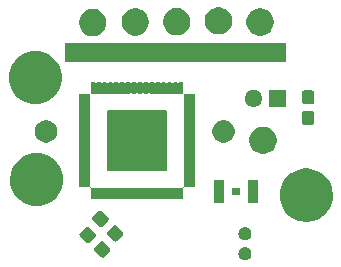
<source format=gbr>
G04 #@! TF.GenerationSoftware,KiCad,Pcbnew,(5.0.1-3-g963ef8bb5)*
G04 #@! TF.CreationDate,2019-01-03T19:12:47-05:00*
G04 #@! TF.ProjectId,neoshiba,6E656F73686962612E6B696361645F70,rev?*
G04 #@! TF.SameCoordinates,Original*
G04 #@! TF.FileFunction,Soldermask,Top*
G04 #@! TF.FilePolarity,Negative*
%FSLAX46Y46*%
G04 Gerber Fmt 4.6, Leading zero omitted, Abs format (unit mm)*
G04 Created by KiCad (PCBNEW (5.0.1-3-g963ef8bb5)) date Thursday, January 03, 2019 at 07:12:47 PM*
%MOMM*%
%LPD*%
G01*
G04 APERTURE LIST*
%ADD10C,0.100000*%
G04 APERTURE END LIST*
D10*
G36*
X161300721Y-103590174D02*
X161400995Y-103631709D01*
X161491245Y-103692012D01*
X161567988Y-103768755D01*
X161628291Y-103859005D01*
X161669826Y-103959279D01*
X161691000Y-104065730D01*
X161691000Y-104174270D01*
X161669826Y-104280721D01*
X161628291Y-104380995D01*
X161567988Y-104471245D01*
X161491245Y-104547988D01*
X161400995Y-104608291D01*
X161300721Y-104649826D01*
X161194270Y-104671000D01*
X161085730Y-104671000D01*
X160979279Y-104649826D01*
X160879005Y-104608291D01*
X160788755Y-104547988D01*
X160712012Y-104471245D01*
X160651709Y-104380995D01*
X160610174Y-104280721D01*
X160589000Y-104174270D01*
X160589000Y-104065730D01*
X160610174Y-103959279D01*
X160651709Y-103859005D01*
X160712012Y-103768755D01*
X160788755Y-103692012D01*
X160879005Y-103631709D01*
X160979279Y-103590174D01*
X161085730Y-103569000D01*
X161194270Y-103569000D01*
X161300721Y-103590174D01*
X161300721Y-103590174D01*
G37*
G36*
X149063644Y-103078263D02*
X149101138Y-103089637D01*
X149135702Y-103108112D01*
X149170763Y-103136886D01*
X149693114Y-103659237D01*
X149721888Y-103694298D01*
X149740363Y-103728862D01*
X149751737Y-103766356D01*
X149755577Y-103805355D01*
X149751737Y-103844354D01*
X149740363Y-103881848D01*
X149721888Y-103916412D01*
X149693114Y-103951473D01*
X149241473Y-104403114D01*
X149206412Y-104431888D01*
X149171848Y-104450363D01*
X149134354Y-104461737D01*
X149095355Y-104465577D01*
X149056356Y-104461737D01*
X149018862Y-104450363D01*
X148984298Y-104431888D01*
X148949237Y-104403114D01*
X148426886Y-103880763D01*
X148398112Y-103845702D01*
X148379637Y-103811138D01*
X148368263Y-103773644D01*
X148364423Y-103734645D01*
X148368263Y-103695646D01*
X148379637Y-103658152D01*
X148398112Y-103623588D01*
X148426886Y-103588527D01*
X148878527Y-103136886D01*
X148913588Y-103108112D01*
X148948152Y-103089637D01*
X148985646Y-103078263D01*
X149024645Y-103074423D01*
X149063644Y-103078263D01*
X149063644Y-103078263D01*
G37*
G36*
X147826208Y-101840827D02*
X147863702Y-101852201D01*
X147898266Y-101870676D01*
X147933327Y-101899450D01*
X148455678Y-102421801D01*
X148484452Y-102456862D01*
X148502927Y-102491426D01*
X148514301Y-102528920D01*
X148518141Y-102567919D01*
X148514301Y-102606918D01*
X148502927Y-102644412D01*
X148484452Y-102678976D01*
X148455678Y-102714037D01*
X148004037Y-103165678D01*
X147968976Y-103194452D01*
X147934412Y-103212927D01*
X147896918Y-103224301D01*
X147857919Y-103228141D01*
X147818920Y-103224301D01*
X147781426Y-103212927D01*
X147746862Y-103194452D01*
X147711801Y-103165678D01*
X147189450Y-102643327D01*
X147160676Y-102608266D01*
X147142201Y-102573702D01*
X147130827Y-102536208D01*
X147126987Y-102497209D01*
X147130827Y-102458210D01*
X147142201Y-102420716D01*
X147160676Y-102386152D01*
X147189450Y-102351091D01*
X147641091Y-101899450D01*
X147676152Y-101870676D01*
X147710716Y-101852201D01*
X147748210Y-101840827D01*
X147787209Y-101836987D01*
X147826208Y-101840827D01*
X147826208Y-101840827D01*
G37*
G36*
X150152362Y-101716981D02*
X150189856Y-101728355D01*
X150224420Y-101746830D01*
X150259481Y-101775604D01*
X150781832Y-102297955D01*
X150810606Y-102333016D01*
X150829081Y-102367580D01*
X150840455Y-102405074D01*
X150844295Y-102444073D01*
X150840455Y-102483072D01*
X150829081Y-102520566D01*
X150810606Y-102555130D01*
X150781832Y-102590191D01*
X150330191Y-103041832D01*
X150295130Y-103070606D01*
X150260566Y-103089081D01*
X150223072Y-103100455D01*
X150184073Y-103104295D01*
X150145074Y-103100455D01*
X150107580Y-103089081D01*
X150073016Y-103070606D01*
X150037955Y-103041832D01*
X149515604Y-102519481D01*
X149486830Y-102484420D01*
X149468355Y-102449856D01*
X149456981Y-102412362D01*
X149453141Y-102373363D01*
X149456981Y-102334364D01*
X149468355Y-102296870D01*
X149486830Y-102262306D01*
X149515604Y-102227245D01*
X149967245Y-101775604D01*
X150002306Y-101746830D01*
X150036870Y-101728355D01*
X150074364Y-101716981D01*
X150113363Y-101713141D01*
X150152362Y-101716981D01*
X150152362Y-101716981D01*
G37*
G36*
X161300721Y-101890174D02*
X161400995Y-101931709D01*
X161491245Y-101992012D01*
X161567988Y-102068755D01*
X161628291Y-102159005D01*
X161669826Y-102259279D01*
X161691000Y-102365730D01*
X161691000Y-102474270D01*
X161669826Y-102580721D01*
X161628291Y-102680995D01*
X161567988Y-102771245D01*
X161491245Y-102847988D01*
X161400995Y-102908291D01*
X161300721Y-102949826D01*
X161194270Y-102971000D01*
X161085730Y-102971000D01*
X160979279Y-102949826D01*
X160879005Y-102908291D01*
X160788755Y-102847988D01*
X160712012Y-102771245D01*
X160651709Y-102680995D01*
X160610174Y-102580721D01*
X160589000Y-102474270D01*
X160589000Y-102365730D01*
X160610174Y-102259279D01*
X160651709Y-102159005D01*
X160712012Y-102068755D01*
X160788755Y-101992012D01*
X160879005Y-101931709D01*
X160979279Y-101890174D01*
X161085730Y-101869000D01*
X161194270Y-101869000D01*
X161300721Y-101890174D01*
X161300721Y-101890174D01*
G37*
G36*
X148914926Y-100479545D02*
X148952420Y-100490919D01*
X148986984Y-100509394D01*
X149022045Y-100538168D01*
X149544396Y-101060519D01*
X149573170Y-101095580D01*
X149591645Y-101130144D01*
X149603019Y-101167638D01*
X149606859Y-101206637D01*
X149603019Y-101245636D01*
X149591645Y-101283130D01*
X149573170Y-101317694D01*
X149544396Y-101352755D01*
X149092755Y-101804396D01*
X149057694Y-101833170D01*
X149023130Y-101851645D01*
X148985636Y-101863019D01*
X148946637Y-101866859D01*
X148907638Y-101863019D01*
X148870144Y-101851645D01*
X148835580Y-101833170D01*
X148800519Y-101804396D01*
X148278168Y-101282045D01*
X148249394Y-101246984D01*
X148230919Y-101212420D01*
X148219545Y-101174926D01*
X148215705Y-101135927D01*
X148219545Y-101096928D01*
X148230919Y-101059434D01*
X148249394Y-101024870D01*
X148278168Y-100989809D01*
X148729809Y-100538168D01*
X148764870Y-100509394D01*
X148799434Y-100490919D01*
X148836928Y-100479545D01*
X148875927Y-100475705D01*
X148914926Y-100479545D01*
X148914926Y-100479545D01*
G37*
G36*
X166628445Y-96936254D02*
X166976593Y-97005504D01*
X167386249Y-97175189D01*
X167754929Y-97421534D01*
X168068466Y-97735071D01*
X168314811Y-98103751D01*
X168484496Y-98513407D01*
X168543690Y-98811000D01*
X168571000Y-98948294D01*
X168571000Y-99391706D01*
X168556947Y-99462356D01*
X168484496Y-99826593D01*
X168314811Y-100236249D01*
X168068466Y-100604929D01*
X167754929Y-100918466D01*
X167386249Y-101164811D01*
X166976593Y-101334496D01*
X166628445Y-101403746D01*
X166541706Y-101421000D01*
X166098294Y-101421000D01*
X166011555Y-101403746D01*
X165663407Y-101334496D01*
X165253751Y-101164811D01*
X164885071Y-100918466D01*
X164571534Y-100604929D01*
X164325189Y-100236249D01*
X164155504Y-99826593D01*
X164083053Y-99462356D01*
X164069000Y-99391706D01*
X164069000Y-98948294D01*
X164096310Y-98811000D01*
X164155504Y-98513407D01*
X164325189Y-98103751D01*
X164571534Y-97735071D01*
X164885071Y-97421534D01*
X165253751Y-97175189D01*
X165663407Y-97005504D01*
X166011555Y-96936254D01*
X166098294Y-96919000D01*
X166541706Y-96919000D01*
X166628445Y-96936254D01*
X166628445Y-96936254D01*
G37*
G36*
X143815511Y-95645670D02*
X144166593Y-95715504D01*
X144576249Y-95885189D01*
X144944929Y-96131534D01*
X145258466Y-96445071D01*
X145504811Y-96813751D01*
X145674496Y-97223407D01*
X145729726Y-97501071D01*
X145761000Y-97658294D01*
X145761000Y-98101706D01*
X145752255Y-98145670D01*
X145674496Y-98536593D01*
X145504811Y-98946249D01*
X145258466Y-99314929D01*
X144944929Y-99628466D01*
X144576249Y-99874811D01*
X144166593Y-100044496D01*
X143818445Y-100113746D01*
X143731706Y-100131000D01*
X143288294Y-100131000D01*
X143201555Y-100113746D01*
X142853407Y-100044496D01*
X142443751Y-99874811D01*
X142075071Y-99628466D01*
X141761534Y-99314929D01*
X141515189Y-98946249D01*
X141345504Y-98536593D01*
X141267745Y-98145670D01*
X141259000Y-98101706D01*
X141259000Y-97658294D01*
X141290274Y-97501071D01*
X141345504Y-97223407D01*
X141515189Y-96813751D01*
X141761534Y-96445071D01*
X142075071Y-96131534D01*
X142443751Y-95885189D01*
X142853407Y-95715504D01*
X143204489Y-95645670D01*
X143288294Y-95629000D01*
X143731706Y-95629000D01*
X143815511Y-95645670D01*
X143815511Y-95645670D01*
G37*
G36*
X162256000Y-99811000D02*
X161404000Y-99811000D01*
X161404000Y-97909000D01*
X162256000Y-97909000D01*
X162256000Y-99811000D01*
X162256000Y-99811000D01*
G37*
G36*
X159356000Y-99811000D02*
X158504000Y-99811000D01*
X158504000Y-97909000D01*
X159356000Y-97909000D01*
X159356000Y-99811000D01*
X159356000Y-99811000D01*
G37*
G36*
X148405357Y-89635083D02*
X148410028Y-89636500D01*
X148414330Y-89638800D01*
X148420705Y-89644031D01*
X148441080Y-89657644D01*
X148463719Y-89667020D01*
X148487753Y-89671800D01*
X148512257Y-89671799D01*
X148536291Y-89667017D01*
X148558929Y-89657639D01*
X148579295Y-89644031D01*
X148585670Y-89638800D01*
X148589972Y-89636500D01*
X148594643Y-89635083D01*
X148605641Y-89634000D01*
X148894359Y-89634000D01*
X148905357Y-89635083D01*
X148910028Y-89636500D01*
X148914330Y-89638800D01*
X148920705Y-89644031D01*
X148941080Y-89657644D01*
X148963719Y-89667020D01*
X148987753Y-89671800D01*
X149012257Y-89671799D01*
X149036291Y-89667017D01*
X149058929Y-89657639D01*
X149079295Y-89644031D01*
X149085670Y-89638800D01*
X149089972Y-89636500D01*
X149094643Y-89635083D01*
X149105641Y-89634000D01*
X149394359Y-89634000D01*
X149405357Y-89635083D01*
X149410028Y-89636500D01*
X149414330Y-89638800D01*
X149420705Y-89644031D01*
X149441080Y-89657644D01*
X149463719Y-89667020D01*
X149487753Y-89671800D01*
X149512257Y-89671799D01*
X149536291Y-89667017D01*
X149558929Y-89657639D01*
X149579295Y-89644031D01*
X149585670Y-89638800D01*
X149589972Y-89636500D01*
X149594643Y-89635083D01*
X149605641Y-89634000D01*
X149894359Y-89634000D01*
X149905357Y-89635083D01*
X149910028Y-89636500D01*
X149914330Y-89638800D01*
X149920705Y-89644031D01*
X149941080Y-89657644D01*
X149963719Y-89667020D01*
X149987753Y-89671800D01*
X150012257Y-89671799D01*
X150036291Y-89667017D01*
X150058929Y-89657639D01*
X150079295Y-89644031D01*
X150085670Y-89638800D01*
X150089972Y-89636500D01*
X150094643Y-89635083D01*
X150105641Y-89634000D01*
X150394359Y-89634000D01*
X150405357Y-89635083D01*
X150410028Y-89636500D01*
X150414330Y-89638800D01*
X150420705Y-89644031D01*
X150441080Y-89657644D01*
X150463719Y-89667020D01*
X150487753Y-89671800D01*
X150512257Y-89671799D01*
X150536291Y-89667017D01*
X150558929Y-89657639D01*
X150579295Y-89644031D01*
X150585670Y-89638800D01*
X150589972Y-89636500D01*
X150594643Y-89635083D01*
X150605641Y-89634000D01*
X150894359Y-89634000D01*
X150905357Y-89635083D01*
X150910028Y-89636500D01*
X150914330Y-89638800D01*
X150920705Y-89644031D01*
X150941080Y-89657644D01*
X150963719Y-89667020D01*
X150987753Y-89671800D01*
X151012257Y-89671799D01*
X151036291Y-89667017D01*
X151058929Y-89657639D01*
X151079295Y-89644031D01*
X151085670Y-89638800D01*
X151089972Y-89636500D01*
X151094643Y-89635083D01*
X151105641Y-89634000D01*
X151394359Y-89634000D01*
X151405357Y-89635083D01*
X151410028Y-89636500D01*
X151414330Y-89638800D01*
X151420705Y-89644031D01*
X151441080Y-89657644D01*
X151463719Y-89667020D01*
X151487753Y-89671800D01*
X151512257Y-89671799D01*
X151536291Y-89667017D01*
X151558929Y-89657639D01*
X151579295Y-89644031D01*
X151585670Y-89638800D01*
X151589972Y-89636500D01*
X151594643Y-89635083D01*
X151605641Y-89634000D01*
X151894359Y-89634000D01*
X151905357Y-89635083D01*
X151910028Y-89636500D01*
X151914330Y-89638800D01*
X151920705Y-89644031D01*
X151941080Y-89657644D01*
X151963719Y-89667020D01*
X151987753Y-89671800D01*
X152012257Y-89671799D01*
X152036291Y-89667017D01*
X152058929Y-89657639D01*
X152079295Y-89644031D01*
X152085670Y-89638800D01*
X152089972Y-89636500D01*
X152094643Y-89635083D01*
X152105641Y-89634000D01*
X152394359Y-89634000D01*
X152405357Y-89635083D01*
X152410028Y-89636500D01*
X152414330Y-89638800D01*
X152420705Y-89644031D01*
X152441080Y-89657644D01*
X152463719Y-89667020D01*
X152487753Y-89671800D01*
X152512257Y-89671799D01*
X152536291Y-89667017D01*
X152558929Y-89657639D01*
X152579295Y-89644031D01*
X152585670Y-89638800D01*
X152589972Y-89636500D01*
X152594643Y-89635083D01*
X152605641Y-89634000D01*
X152894359Y-89634000D01*
X152905357Y-89635083D01*
X152910028Y-89636500D01*
X152914330Y-89638800D01*
X152920705Y-89644031D01*
X152941080Y-89657644D01*
X152963719Y-89667020D01*
X152987753Y-89671800D01*
X153012257Y-89671799D01*
X153036291Y-89667017D01*
X153058929Y-89657639D01*
X153079295Y-89644031D01*
X153085670Y-89638800D01*
X153089972Y-89636500D01*
X153094643Y-89635083D01*
X153105641Y-89634000D01*
X153394359Y-89634000D01*
X153405357Y-89635083D01*
X153410028Y-89636500D01*
X153414330Y-89638800D01*
X153420705Y-89644031D01*
X153441080Y-89657644D01*
X153463719Y-89667020D01*
X153487753Y-89671800D01*
X153512257Y-89671799D01*
X153536291Y-89667017D01*
X153558929Y-89657639D01*
X153579295Y-89644031D01*
X153585670Y-89638800D01*
X153589972Y-89636500D01*
X153594643Y-89635083D01*
X153605641Y-89634000D01*
X153894359Y-89634000D01*
X153905357Y-89635083D01*
X153910028Y-89636500D01*
X153914330Y-89638800D01*
X153920705Y-89644031D01*
X153941080Y-89657644D01*
X153963719Y-89667020D01*
X153987753Y-89671800D01*
X154012257Y-89671799D01*
X154036291Y-89667017D01*
X154058929Y-89657639D01*
X154079295Y-89644031D01*
X154085670Y-89638800D01*
X154089972Y-89636500D01*
X154094643Y-89635083D01*
X154105641Y-89634000D01*
X154394359Y-89634000D01*
X154405357Y-89635083D01*
X154410028Y-89636500D01*
X154414330Y-89638800D01*
X154420705Y-89644031D01*
X154441080Y-89657644D01*
X154463719Y-89667020D01*
X154487753Y-89671800D01*
X154512257Y-89671799D01*
X154536291Y-89667017D01*
X154558929Y-89657639D01*
X154579295Y-89644031D01*
X154585670Y-89638800D01*
X154589972Y-89636500D01*
X154594643Y-89635083D01*
X154605641Y-89634000D01*
X154894359Y-89634000D01*
X154905357Y-89635083D01*
X154910028Y-89636500D01*
X154914330Y-89638800D01*
X154920705Y-89644031D01*
X154941080Y-89657644D01*
X154963719Y-89667020D01*
X154987753Y-89671800D01*
X155012257Y-89671799D01*
X155036291Y-89667017D01*
X155058929Y-89657639D01*
X155079295Y-89644031D01*
X155085670Y-89638800D01*
X155089972Y-89636500D01*
X155094643Y-89635083D01*
X155105641Y-89634000D01*
X155394359Y-89634000D01*
X155405357Y-89635083D01*
X155410028Y-89636500D01*
X155414330Y-89638800D01*
X155420705Y-89644031D01*
X155441080Y-89657644D01*
X155463719Y-89667020D01*
X155487753Y-89671800D01*
X155512257Y-89671799D01*
X155536291Y-89667017D01*
X155558929Y-89657639D01*
X155579295Y-89644031D01*
X155585670Y-89638800D01*
X155589972Y-89636500D01*
X155594643Y-89635083D01*
X155605641Y-89634000D01*
X155894359Y-89634000D01*
X155905357Y-89635083D01*
X155910028Y-89636500D01*
X155914330Y-89638800D01*
X155918104Y-89641896D01*
X155921200Y-89645670D01*
X155923500Y-89649972D01*
X155924917Y-89654643D01*
X155926000Y-89665641D01*
X155926000Y-90509000D01*
X155928402Y-90533386D01*
X155935515Y-90556835D01*
X155947066Y-90578446D01*
X155962612Y-90597388D01*
X155981554Y-90612934D01*
X156003165Y-90624485D01*
X156026614Y-90631598D01*
X156051000Y-90634000D01*
X156894359Y-90634000D01*
X156905357Y-90635083D01*
X156910028Y-90636500D01*
X156914330Y-90638800D01*
X156918104Y-90641896D01*
X156921200Y-90645670D01*
X156923500Y-90649972D01*
X156924917Y-90654643D01*
X156926000Y-90665641D01*
X156926000Y-90954359D01*
X156924917Y-90965357D01*
X156923500Y-90970028D01*
X156921200Y-90974330D01*
X156915969Y-90980705D01*
X156902356Y-91001080D01*
X156892980Y-91023719D01*
X156888200Y-91047753D01*
X156888201Y-91072257D01*
X156892983Y-91096291D01*
X156902361Y-91118929D01*
X156915969Y-91139295D01*
X156921200Y-91145670D01*
X156923500Y-91149972D01*
X156924917Y-91154643D01*
X156926000Y-91165641D01*
X156926000Y-91454359D01*
X156924917Y-91465357D01*
X156923500Y-91470028D01*
X156921200Y-91474330D01*
X156915969Y-91480705D01*
X156902356Y-91501080D01*
X156892980Y-91523719D01*
X156888200Y-91547753D01*
X156888201Y-91572257D01*
X156892983Y-91596291D01*
X156902361Y-91618929D01*
X156915969Y-91639295D01*
X156921200Y-91645670D01*
X156923500Y-91649972D01*
X156924917Y-91654643D01*
X156926000Y-91665641D01*
X156926000Y-91954359D01*
X156924917Y-91965357D01*
X156923500Y-91970028D01*
X156921200Y-91974330D01*
X156915969Y-91980705D01*
X156902356Y-92001080D01*
X156892980Y-92023719D01*
X156888200Y-92047753D01*
X156888201Y-92072257D01*
X156892983Y-92096291D01*
X156902361Y-92118929D01*
X156915969Y-92139295D01*
X156921200Y-92145670D01*
X156923500Y-92149972D01*
X156924917Y-92154643D01*
X156926000Y-92165641D01*
X156926000Y-92454359D01*
X156924917Y-92465357D01*
X156923500Y-92470028D01*
X156921200Y-92474330D01*
X156915969Y-92480705D01*
X156902356Y-92501080D01*
X156892980Y-92523719D01*
X156888200Y-92547753D01*
X156888201Y-92572257D01*
X156892983Y-92596291D01*
X156902361Y-92618929D01*
X156915969Y-92639295D01*
X156921200Y-92645670D01*
X156923500Y-92649972D01*
X156924917Y-92654643D01*
X156926000Y-92665641D01*
X156926000Y-92954359D01*
X156924917Y-92965357D01*
X156923500Y-92970028D01*
X156921200Y-92974330D01*
X156915969Y-92980705D01*
X156902356Y-93001080D01*
X156892980Y-93023719D01*
X156888200Y-93047753D01*
X156888201Y-93072257D01*
X156892983Y-93096291D01*
X156902361Y-93118929D01*
X156915969Y-93139295D01*
X156921200Y-93145670D01*
X156923500Y-93149972D01*
X156924917Y-93154643D01*
X156926000Y-93165641D01*
X156926000Y-93454359D01*
X156924917Y-93465357D01*
X156923500Y-93470028D01*
X156921200Y-93474330D01*
X156915969Y-93480705D01*
X156902356Y-93501080D01*
X156892980Y-93523719D01*
X156888200Y-93547753D01*
X156888201Y-93572257D01*
X156892983Y-93596291D01*
X156902361Y-93618929D01*
X156915969Y-93639295D01*
X156921200Y-93645670D01*
X156923500Y-93649972D01*
X156924917Y-93654643D01*
X156926000Y-93665641D01*
X156926000Y-93954359D01*
X156924917Y-93965357D01*
X156923500Y-93970028D01*
X156921200Y-93974330D01*
X156915969Y-93980705D01*
X156902356Y-94001080D01*
X156892980Y-94023719D01*
X156888200Y-94047753D01*
X156888201Y-94072257D01*
X156892983Y-94096291D01*
X156902361Y-94118929D01*
X156915969Y-94139295D01*
X156921200Y-94145670D01*
X156923500Y-94149972D01*
X156924917Y-94154643D01*
X156926000Y-94165641D01*
X156926000Y-94454359D01*
X156924917Y-94465357D01*
X156923500Y-94470028D01*
X156921200Y-94474330D01*
X156915969Y-94480705D01*
X156902356Y-94501080D01*
X156892980Y-94523719D01*
X156888200Y-94547753D01*
X156888201Y-94572257D01*
X156892983Y-94596291D01*
X156902361Y-94618929D01*
X156915969Y-94639295D01*
X156921200Y-94645670D01*
X156923500Y-94649972D01*
X156924917Y-94654643D01*
X156926000Y-94665641D01*
X156926000Y-94954359D01*
X156924917Y-94965357D01*
X156923500Y-94970028D01*
X156921200Y-94974330D01*
X156915969Y-94980705D01*
X156902356Y-95001080D01*
X156892980Y-95023719D01*
X156888200Y-95047753D01*
X156888201Y-95072257D01*
X156892983Y-95096291D01*
X156902361Y-95118929D01*
X156915969Y-95139295D01*
X156921200Y-95145670D01*
X156923500Y-95149972D01*
X156924917Y-95154643D01*
X156926000Y-95165641D01*
X156926000Y-95454359D01*
X156924917Y-95465357D01*
X156923500Y-95470028D01*
X156921200Y-95474330D01*
X156915969Y-95480705D01*
X156902356Y-95501080D01*
X156892980Y-95523719D01*
X156888200Y-95547753D01*
X156888201Y-95572257D01*
X156892983Y-95596291D01*
X156902361Y-95618929D01*
X156915969Y-95639295D01*
X156921200Y-95645670D01*
X156923500Y-95649972D01*
X156924917Y-95654643D01*
X156926000Y-95665641D01*
X156926000Y-95954359D01*
X156924917Y-95965357D01*
X156923500Y-95970028D01*
X156921200Y-95974330D01*
X156915969Y-95980705D01*
X156902356Y-96001080D01*
X156892980Y-96023719D01*
X156888200Y-96047753D01*
X156888201Y-96072257D01*
X156892983Y-96096291D01*
X156902361Y-96118929D01*
X156915969Y-96139295D01*
X156921200Y-96145670D01*
X156923500Y-96149972D01*
X156924917Y-96154643D01*
X156926000Y-96165641D01*
X156926000Y-96454359D01*
X156924917Y-96465357D01*
X156923500Y-96470028D01*
X156921200Y-96474330D01*
X156915969Y-96480705D01*
X156902356Y-96501080D01*
X156892980Y-96523719D01*
X156888200Y-96547753D01*
X156888201Y-96572257D01*
X156892983Y-96596291D01*
X156902361Y-96618929D01*
X156915969Y-96639295D01*
X156921200Y-96645670D01*
X156923500Y-96649972D01*
X156924917Y-96654643D01*
X156926000Y-96665641D01*
X156926000Y-96954359D01*
X156924917Y-96965357D01*
X156923500Y-96970028D01*
X156921200Y-96974330D01*
X156915969Y-96980705D01*
X156902356Y-97001080D01*
X156892980Y-97023719D01*
X156888200Y-97047753D01*
X156888201Y-97072257D01*
X156892983Y-97096291D01*
X156902361Y-97118929D01*
X156915969Y-97139295D01*
X156921200Y-97145670D01*
X156923500Y-97149972D01*
X156924917Y-97154643D01*
X156926000Y-97165641D01*
X156926000Y-97454359D01*
X156924917Y-97465357D01*
X156923500Y-97470028D01*
X156921200Y-97474330D01*
X156915969Y-97480705D01*
X156902356Y-97501080D01*
X156892980Y-97523719D01*
X156888200Y-97547753D01*
X156888201Y-97572257D01*
X156892983Y-97596291D01*
X156902361Y-97618929D01*
X156915969Y-97639295D01*
X156921200Y-97645670D01*
X156923500Y-97649972D01*
X156924917Y-97654643D01*
X156926000Y-97665641D01*
X156926000Y-97954359D01*
X156924917Y-97965357D01*
X156923500Y-97970028D01*
X156921200Y-97974330D01*
X156915969Y-97980705D01*
X156902356Y-98001080D01*
X156892980Y-98023719D01*
X156888200Y-98047753D01*
X156888201Y-98072257D01*
X156892983Y-98096291D01*
X156902361Y-98118929D01*
X156915969Y-98139295D01*
X156921200Y-98145670D01*
X156923500Y-98149972D01*
X156924917Y-98154643D01*
X156926000Y-98165641D01*
X156926000Y-98454359D01*
X156924917Y-98465357D01*
X156923500Y-98470028D01*
X156921200Y-98474330D01*
X156918104Y-98478104D01*
X156914330Y-98481200D01*
X156910028Y-98483500D01*
X156905357Y-98484917D01*
X156894359Y-98486000D01*
X156051000Y-98486000D01*
X156026614Y-98488402D01*
X156003165Y-98495515D01*
X155981554Y-98507066D01*
X155962612Y-98522612D01*
X155947066Y-98541554D01*
X155935515Y-98563165D01*
X155928402Y-98586614D01*
X155926000Y-98611000D01*
X155926000Y-99454359D01*
X155924917Y-99465357D01*
X155923500Y-99470028D01*
X155921200Y-99474330D01*
X155918104Y-99478104D01*
X155914330Y-99481200D01*
X155910028Y-99483500D01*
X155905357Y-99484917D01*
X155894359Y-99486000D01*
X155605641Y-99486000D01*
X155594643Y-99484917D01*
X155589972Y-99483500D01*
X155585670Y-99481200D01*
X155579295Y-99475969D01*
X155558920Y-99462356D01*
X155536281Y-99452980D01*
X155512247Y-99448200D01*
X155487743Y-99448201D01*
X155463709Y-99452983D01*
X155441071Y-99462361D01*
X155420705Y-99475969D01*
X155414330Y-99481200D01*
X155410028Y-99483500D01*
X155405357Y-99484917D01*
X155394359Y-99486000D01*
X155105641Y-99486000D01*
X155094643Y-99484917D01*
X155089972Y-99483500D01*
X155085670Y-99481200D01*
X155079295Y-99475969D01*
X155058920Y-99462356D01*
X155036281Y-99452980D01*
X155012247Y-99448200D01*
X154987743Y-99448201D01*
X154963709Y-99452983D01*
X154941071Y-99462361D01*
X154920705Y-99475969D01*
X154914330Y-99481200D01*
X154910028Y-99483500D01*
X154905357Y-99484917D01*
X154894359Y-99486000D01*
X154605641Y-99486000D01*
X154594643Y-99484917D01*
X154589972Y-99483500D01*
X154585670Y-99481200D01*
X154579295Y-99475969D01*
X154558920Y-99462356D01*
X154536281Y-99452980D01*
X154512247Y-99448200D01*
X154487743Y-99448201D01*
X154463709Y-99452983D01*
X154441071Y-99462361D01*
X154420705Y-99475969D01*
X154414330Y-99481200D01*
X154410028Y-99483500D01*
X154405357Y-99484917D01*
X154394359Y-99486000D01*
X154105641Y-99486000D01*
X154094643Y-99484917D01*
X154089972Y-99483500D01*
X154085670Y-99481200D01*
X154079295Y-99475969D01*
X154058920Y-99462356D01*
X154036281Y-99452980D01*
X154012247Y-99448200D01*
X153987743Y-99448201D01*
X153963709Y-99452983D01*
X153941071Y-99462361D01*
X153920705Y-99475969D01*
X153914330Y-99481200D01*
X153910028Y-99483500D01*
X153905357Y-99484917D01*
X153894359Y-99486000D01*
X153605641Y-99486000D01*
X153594643Y-99484917D01*
X153589972Y-99483500D01*
X153585670Y-99481200D01*
X153579295Y-99475969D01*
X153558920Y-99462356D01*
X153536281Y-99452980D01*
X153512247Y-99448200D01*
X153487743Y-99448201D01*
X153463709Y-99452983D01*
X153441071Y-99462361D01*
X153420705Y-99475969D01*
X153414330Y-99481200D01*
X153410028Y-99483500D01*
X153405357Y-99484917D01*
X153394359Y-99486000D01*
X153105641Y-99486000D01*
X153094643Y-99484917D01*
X153089972Y-99483500D01*
X153085670Y-99481200D01*
X153079295Y-99475969D01*
X153058920Y-99462356D01*
X153036281Y-99452980D01*
X153012247Y-99448200D01*
X152987743Y-99448201D01*
X152963709Y-99452983D01*
X152941071Y-99462361D01*
X152920705Y-99475969D01*
X152914330Y-99481200D01*
X152910028Y-99483500D01*
X152905357Y-99484917D01*
X152894359Y-99486000D01*
X152605641Y-99486000D01*
X152594643Y-99484917D01*
X152589972Y-99483500D01*
X152585670Y-99481200D01*
X152579295Y-99475969D01*
X152558920Y-99462356D01*
X152536281Y-99452980D01*
X152512247Y-99448200D01*
X152487743Y-99448201D01*
X152463709Y-99452983D01*
X152441071Y-99462361D01*
X152420705Y-99475969D01*
X152414330Y-99481200D01*
X152410028Y-99483500D01*
X152405357Y-99484917D01*
X152394359Y-99486000D01*
X152105641Y-99486000D01*
X152094643Y-99484917D01*
X152089972Y-99483500D01*
X152085670Y-99481200D01*
X152079295Y-99475969D01*
X152058920Y-99462356D01*
X152036281Y-99452980D01*
X152012247Y-99448200D01*
X151987743Y-99448201D01*
X151963709Y-99452983D01*
X151941071Y-99462361D01*
X151920705Y-99475969D01*
X151914330Y-99481200D01*
X151910028Y-99483500D01*
X151905357Y-99484917D01*
X151894359Y-99486000D01*
X151605641Y-99486000D01*
X151594643Y-99484917D01*
X151589972Y-99483500D01*
X151585670Y-99481200D01*
X151579295Y-99475969D01*
X151558920Y-99462356D01*
X151536281Y-99452980D01*
X151512247Y-99448200D01*
X151487743Y-99448201D01*
X151463709Y-99452983D01*
X151441071Y-99462361D01*
X151420705Y-99475969D01*
X151414330Y-99481200D01*
X151410028Y-99483500D01*
X151405357Y-99484917D01*
X151394359Y-99486000D01*
X151105641Y-99486000D01*
X151094643Y-99484917D01*
X151089972Y-99483500D01*
X151085670Y-99481200D01*
X151079295Y-99475969D01*
X151058920Y-99462356D01*
X151036281Y-99452980D01*
X151012247Y-99448200D01*
X150987743Y-99448201D01*
X150963709Y-99452983D01*
X150941071Y-99462361D01*
X150920705Y-99475969D01*
X150914330Y-99481200D01*
X150910028Y-99483500D01*
X150905357Y-99484917D01*
X150894359Y-99486000D01*
X150605641Y-99486000D01*
X150594643Y-99484917D01*
X150589972Y-99483500D01*
X150585670Y-99481200D01*
X150579295Y-99475969D01*
X150558920Y-99462356D01*
X150536281Y-99452980D01*
X150512247Y-99448200D01*
X150487743Y-99448201D01*
X150463709Y-99452983D01*
X150441071Y-99462361D01*
X150420705Y-99475969D01*
X150414330Y-99481200D01*
X150410028Y-99483500D01*
X150405357Y-99484917D01*
X150394359Y-99486000D01*
X150105641Y-99486000D01*
X150094643Y-99484917D01*
X150089972Y-99483500D01*
X150085670Y-99481200D01*
X150079295Y-99475969D01*
X150058920Y-99462356D01*
X150036281Y-99452980D01*
X150012247Y-99448200D01*
X149987743Y-99448201D01*
X149963709Y-99452983D01*
X149941071Y-99462361D01*
X149920705Y-99475969D01*
X149914330Y-99481200D01*
X149910028Y-99483500D01*
X149905357Y-99484917D01*
X149894359Y-99486000D01*
X149605641Y-99486000D01*
X149594643Y-99484917D01*
X149589972Y-99483500D01*
X149585670Y-99481200D01*
X149579295Y-99475969D01*
X149558920Y-99462356D01*
X149536281Y-99452980D01*
X149512247Y-99448200D01*
X149487743Y-99448201D01*
X149463709Y-99452983D01*
X149441071Y-99462361D01*
X149420705Y-99475969D01*
X149414330Y-99481200D01*
X149410028Y-99483500D01*
X149405357Y-99484917D01*
X149394359Y-99486000D01*
X149105641Y-99486000D01*
X149094643Y-99484917D01*
X149089972Y-99483500D01*
X149085670Y-99481200D01*
X149079295Y-99475969D01*
X149058920Y-99462356D01*
X149036281Y-99452980D01*
X149012247Y-99448200D01*
X148987743Y-99448201D01*
X148963709Y-99452983D01*
X148941071Y-99462361D01*
X148920705Y-99475969D01*
X148914330Y-99481200D01*
X148910028Y-99483500D01*
X148905357Y-99484917D01*
X148894359Y-99486000D01*
X148605641Y-99486000D01*
X148594643Y-99484917D01*
X148589972Y-99483500D01*
X148585670Y-99481200D01*
X148579295Y-99475969D01*
X148558920Y-99462356D01*
X148536281Y-99452980D01*
X148512247Y-99448200D01*
X148487743Y-99448201D01*
X148463709Y-99452983D01*
X148441071Y-99462361D01*
X148420705Y-99475969D01*
X148414330Y-99481200D01*
X148410028Y-99483500D01*
X148405357Y-99484917D01*
X148394359Y-99486000D01*
X148105641Y-99486000D01*
X148094643Y-99484917D01*
X148089972Y-99483500D01*
X148085670Y-99481200D01*
X148081896Y-99478104D01*
X148078800Y-99474330D01*
X148076500Y-99470028D01*
X148075083Y-99465357D01*
X148074000Y-99454359D01*
X148074000Y-98611000D01*
X148071598Y-98586614D01*
X148064485Y-98563165D01*
X148052934Y-98541554D01*
X148037388Y-98522612D01*
X148018446Y-98507066D01*
X147996835Y-98495515D01*
X147973386Y-98488402D01*
X147949000Y-98486000D01*
X147105641Y-98486000D01*
X147094643Y-98484917D01*
X147089972Y-98483500D01*
X147085670Y-98481200D01*
X147081896Y-98478104D01*
X147078800Y-98474330D01*
X147076500Y-98470028D01*
X147075083Y-98465357D01*
X147074000Y-98454359D01*
X147074000Y-98165641D01*
X147075083Y-98154643D01*
X147076500Y-98149972D01*
X147078800Y-98145670D01*
X147084031Y-98139295D01*
X147097644Y-98118920D01*
X147107020Y-98096281D01*
X147111800Y-98072247D01*
X147111799Y-98047743D01*
X147107017Y-98023709D01*
X147097639Y-98001071D01*
X147084031Y-97980705D01*
X147078800Y-97974330D01*
X147076500Y-97970028D01*
X147075083Y-97965357D01*
X147074000Y-97954359D01*
X147074000Y-97665641D01*
X147075083Y-97654643D01*
X147076500Y-97649972D01*
X147078800Y-97645670D01*
X147084031Y-97639295D01*
X147097644Y-97618920D01*
X147107020Y-97596281D01*
X147111800Y-97572247D01*
X147111799Y-97547743D01*
X147107017Y-97523709D01*
X147097639Y-97501071D01*
X147084031Y-97480705D01*
X147078800Y-97474330D01*
X147076500Y-97470028D01*
X147075083Y-97465357D01*
X147074000Y-97454359D01*
X147074000Y-97165641D01*
X147075083Y-97154643D01*
X147076500Y-97149972D01*
X147078800Y-97145670D01*
X147084031Y-97139295D01*
X147097644Y-97118920D01*
X147107020Y-97096281D01*
X147111800Y-97072247D01*
X147111799Y-97047743D01*
X147107017Y-97023709D01*
X147097639Y-97001071D01*
X147084031Y-96980705D01*
X147078800Y-96974330D01*
X147076500Y-96970028D01*
X147075083Y-96965357D01*
X147074000Y-96954359D01*
X147074000Y-96665641D01*
X147075083Y-96654643D01*
X147076500Y-96649972D01*
X147078800Y-96645670D01*
X147084031Y-96639295D01*
X147097644Y-96618920D01*
X147107020Y-96596281D01*
X147111800Y-96572247D01*
X147111799Y-96547743D01*
X147107017Y-96523709D01*
X147097639Y-96501071D01*
X147084031Y-96480705D01*
X147078800Y-96474330D01*
X147076500Y-96470028D01*
X147075083Y-96465357D01*
X147074000Y-96454359D01*
X147074000Y-96165641D01*
X147075083Y-96154643D01*
X147076500Y-96149972D01*
X147078800Y-96145670D01*
X147084031Y-96139295D01*
X147097644Y-96118920D01*
X147107020Y-96096281D01*
X147111800Y-96072247D01*
X147111799Y-96047743D01*
X147107017Y-96023709D01*
X147097639Y-96001071D01*
X147084031Y-95980705D01*
X147078800Y-95974330D01*
X147076500Y-95970028D01*
X147075083Y-95965357D01*
X147074000Y-95954359D01*
X147074000Y-95665641D01*
X147075083Y-95654643D01*
X147076500Y-95649972D01*
X147078800Y-95645670D01*
X147084031Y-95639295D01*
X147097644Y-95618920D01*
X147107020Y-95596281D01*
X147111800Y-95572247D01*
X147111799Y-95547743D01*
X147107017Y-95523709D01*
X147097639Y-95501071D01*
X147084031Y-95480705D01*
X147078800Y-95474330D01*
X147076500Y-95470028D01*
X147075083Y-95465357D01*
X147074000Y-95454359D01*
X147074000Y-95165641D01*
X147075083Y-95154643D01*
X147076500Y-95149972D01*
X147078800Y-95145670D01*
X147084031Y-95139295D01*
X147097644Y-95118920D01*
X147107020Y-95096281D01*
X147111800Y-95072247D01*
X147111799Y-95047743D01*
X147107017Y-95023709D01*
X147097639Y-95001071D01*
X147084031Y-94980705D01*
X147078800Y-94974330D01*
X147076500Y-94970028D01*
X147075083Y-94965357D01*
X147074000Y-94954359D01*
X147074000Y-94665641D01*
X147075083Y-94654643D01*
X147076500Y-94649972D01*
X147078800Y-94645670D01*
X147084031Y-94639295D01*
X147097644Y-94618920D01*
X147107020Y-94596281D01*
X147111800Y-94572247D01*
X147111799Y-94547743D01*
X147107017Y-94523709D01*
X147097639Y-94501071D01*
X147084031Y-94480705D01*
X147078800Y-94474330D01*
X147076500Y-94470028D01*
X147075083Y-94465357D01*
X147074000Y-94454359D01*
X147074000Y-94165641D01*
X147075083Y-94154643D01*
X147076500Y-94149972D01*
X147078800Y-94145670D01*
X147084031Y-94139295D01*
X147097644Y-94118920D01*
X147107020Y-94096281D01*
X147111800Y-94072247D01*
X147111799Y-94047743D01*
X147107017Y-94023709D01*
X147097639Y-94001071D01*
X147084031Y-93980705D01*
X147078800Y-93974330D01*
X147076500Y-93970028D01*
X147075083Y-93965357D01*
X147074000Y-93954359D01*
X147074000Y-93665641D01*
X147075083Y-93654643D01*
X147076500Y-93649972D01*
X147078800Y-93645670D01*
X147084031Y-93639295D01*
X147097644Y-93618920D01*
X147107020Y-93596281D01*
X147111800Y-93572247D01*
X147111799Y-93547743D01*
X147107017Y-93523709D01*
X147097639Y-93501071D01*
X147084031Y-93480705D01*
X147078800Y-93474330D01*
X147076500Y-93470028D01*
X147075083Y-93465357D01*
X147074000Y-93454359D01*
X147074000Y-93165641D01*
X147075083Y-93154643D01*
X147076500Y-93149972D01*
X147078800Y-93145670D01*
X147084031Y-93139295D01*
X147097644Y-93118920D01*
X147107020Y-93096281D01*
X147111800Y-93072247D01*
X147111799Y-93047743D01*
X147107017Y-93023709D01*
X147097639Y-93001071D01*
X147084031Y-92980705D01*
X147078800Y-92974330D01*
X147076500Y-92970028D01*
X147075083Y-92965357D01*
X147074000Y-92954359D01*
X147074000Y-92665641D01*
X147075083Y-92654643D01*
X147076500Y-92649972D01*
X147078800Y-92645670D01*
X147084031Y-92639295D01*
X147097644Y-92618920D01*
X147107020Y-92596281D01*
X147111800Y-92572247D01*
X147111799Y-92547743D01*
X147107017Y-92523709D01*
X147097639Y-92501071D01*
X147084031Y-92480705D01*
X147078800Y-92474330D01*
X147076500Y-92470028D01*
X147075083Y-92465357D01*
X147074000Y-92454359D01*
X147074000Y-92165641D01*
X147075083Y-92154643D01*
X147076500Y-92149972D01*
X147078800Y-92145670D01*
X147084031Y-92139295D01*
X147097644Y-92118920D01*
X147107020Y-92096281D01*
X147111800Y-92072247D01*
X147111799Y-92047743D01*
X147107017Y-92023709D01*
X147097639Y-92001071D01*
X147084031Y-91980705D01*
X147078800Y-91974330D01*
X147076500Y-91970028D01*
X147075083Y-91965357D01*
X147074000Y-91954359D01*
X147074000Y-91665641D01*
X147075083Y-91654643D01*
X147076500Y-91649972D01*
X147078800Y-91645670D01*
X147084031Y-91639295D01*
X147097644Y-91618920D01*
X147107020Y-91596281D01*
X147111800Y-91572247D01*
X147111799Y-91547743D01*
X147107017Y-91523709D01*
X147097639Y-91501071D01*
X147084031Y-91480705D01*
X147078800Y-91474330D01*
X147076500Y-91470028D01*
X147075083Y-91465357D01*
X147074000Y-91454359D01*
X147074000Y-91165641D01*
X147075083Y-91154643D01*
X147076500Y-91149972D01*
X147078800Y-91145670D01*
X147084031Y-91139295D01*
X147097644Y-91118920D01*
X147107020Y-91096281D01*
X147111800Y-91072247D01*
X147111800Y-91047753D01*
X147988200Y-91047753D01*
X147988201Y-91072257D01*
X147992983Y-91096291D01*
X148002361Y-91118929D01*
X148015969Y-91139295D01*
X148021200Y-91145670D01*
X148023500Y-91149972D01*
X148024917Y-91154643D01*
X148026000Y-91165641D01*
X148026000Y-91454359D01*
X148024917Y-91465357D01*
X148023500Y-91470028D01*
X148021200Y-91474330D01*
X148015969Y-91480705D01*
X148002356Y-91501080D01*
X147992980Y-91523719D01*
X147988200Y-91547753D01*
X147988201Y-91572257D01*
X147992983Y-91596291D01*
X148002361Y-91618929D01*
X148015969Y-91639295D01*
X148021200Y-91645670D01*
X148023500Y-91649972D01*
X148024917Y-91654643D01*
X148026000Y-91665641D01*
X148026000Y-91954359D01*
X148024917Y-91965357D01*
X148023500Y-91970028D01*
X148021200Y-91974330D01*
X148015969Y-91980705D01*
X148002356Y-92001080D01*
X147992980Y-92023719D01*
X147988200Y-92047753D01*
X147988201Y-92072257D01*
X147992983Y-92096291D01*
X148002361Y-92118929D01*
X148015969Y-92139295D01*
X148021200Y-92145670D01*
X148023500Y-92149972D01*
X148024917Y-92154643D01*
X148026000Y-92165641D01*
X148026000Y-92454359D01*
X148024917Y-92465357D01*
X148023500Y-92470028D01*
X148021200Y-92474330D01*
X148015969Y-92480705D01*
X148002356Y-92501080D01*
X147992980Y-92523719D01*
X147988200Y-92547753D01*
X147988201Y-92572257D01*
X147992983Y-92596291D01*
X148002361Y-92618929D01*
X148015969Y-92639295D01*
X148021200Y-92645670D01*
X148023500Y-92649972D01*
X148024917Y-92654643D01*
X148026000Y-92665641D01*
X148026000Y-92954359D01*
X148024917Y-92965357D01*
X148023500Y-92970028D01*
X148021200Y-92974330D01*
X148015969Y-92980705D01*
X148002356Y-93001080D01*
X147992980Y-93023719D01*
X147988200Y-93047753D01*
X147988201Y-93072257D01*
X147992983Y-93096291D01*
X148002361Y-93118929D01*
X148015969Y-93139295D01*
X148021200Y-93145670D01*
X148023500Y-93149972D01*
X148024917Y-93154643D01*
X148026000Y-93165641D01*
X148026000Y-93454359D01*
X148024917Y-93465357D01*
X148023500Y-93470028D01*
X148021200Y-93474330D01*
X148015969Y-93480705D01*
X148002356Y-93501080D01*
X147992980Y-93523719D01*
X147988200Y-93547753D01*
X147988201Y-93572257D01*
X147992983Y-93596291D01*
X148002361Y-93618929D01*
X148015969Y-93639295D01*
X148021200Y-93645670D01*
X148023500Y-93649972D01*
X148024917Y-93654643D01*
X148026000Y-93665641D01*
X148026000Y-93954359D01*
X148024917Y-93965357D01*
X148023500Y-93970028D01*
X148021200Y-93974330D01*
X148015969Y-93980705D01*
X148002356Y-94001080D01*
X147992980Y-94023719D01*
X147988200Y-94047753D01*
X147988201Y-94072257D01*
X147992983Y-94096291D01*
X148002361Y-94118929D01*
X148015969Y-94139295D01*
X148021200Y-94145670D01*
X148023500Y-94149972D01*
X148024917Y-94154643D01*
X148026000Y-94165641D01*
X148026000Y-94454359D01*
X148024917Y-94465357D01*
X148023500Y-94470028D01*
X148021200Y-94474330D01*
X148015969Y-94480705D01*
X148002356Y-94501080D01*
X147992980Y-94523719D01*
X147988200Y-94547753D01*
X147988201Y-94572257D01*
X147992983Y-94596291D01*
X148002361Y-94618929D01*
X148015969Y-94639295D01*
X148021200Y-94645670D01*
X148023500Y-94649972D01*
X148024917Y-94654643D01*
X148026000Y-94665641D01*
X148026000Y-94954359D01*
X148024917Y-94965357D01*
X148023500Y-94970028D01*
X148021200Y-94974330D01*
X148015969Y-94980705D01*
X148002356Y-95001080D01*
X147992980Y-95023719D01*
X147988200Y-95047753D01*
X147988201Y-95072257D01*
X147992983Y-95096291D01*
X148002361Y-95118929D01*
X148015969Y-95139295D01*
X148021200Y-95145670D01*
X148023500Y-95149972D01*
X148024917Y-95154643D01*
X148026000Y-95165641D01*
X148026000Y-95454359D01*
X148024917Y-95465357D01*
X148023500Y-95470028D01*
X148021200Y-95474330D01*
X148015969Y-95480705D01*
X148002356Y-95501080D01*
X147992980Y-95523719D01*
X147988200Y-95547753D01*
X147988201Y-95572257D01*
X147992983Y-95596291D01*
X148002361Y-95618929D01*
X148015969Y-95639295D01*
X148021200Y-95645670D01*
X148023500Y-95649972D01*
X148024917Y-95654643D01*
X148026000Y-95665641D01*
X148026000Y-95954359D01*
X148024917Y-95965357D01*
X148023500Y-95970028D01*
X148021200Y-95974330D01*
X148015969Y-95980705D01*
X148002356Y-96001080D01*
X147992980Y-96023719D01*
X147988200Y-96047753D01*
X147988201Y-96072257D01*
X147992983Y-96096291D01*
X148002361Y-96118929D01*
X148015969Y-96139295D01*
X148021200Y-96145670D01*
X148023500Y-96149972D01*
X148024917Y-96154643D01*
X148026000Y-96165641D01*
X148026000Y-96454359D01*
X148024917Y-96465357D01*
X148023500Y-96470028D01*
X148021200Y-96474330D01*
X148015969Y-96480705D01*
X148002356Y-96501080D01*
X147992980Y-96523719D01*
X147988200Y-96547753D01*
X147988201Y-96572257D01*
X147992983Y-96596291D01*
X148002361Y-96618929D01*
X148015969Y-96639295D01*
X148021200Y-96645670D01*
X148023500Y-96649972D01*
X148024917Y-96654643D01*
X148026000Y-96665641D01*
X148026000Y-96954359D01*
X148024917Y-96965357D01*
X148023500Y-96970028D01*
X148021200Y-96974330D01*
X148015969Y-96980705D01*
X148002356Y-97001080D01*
X147992980Y-97023719D01*
X147988200Y-97047753D01*
X147988201Y-97072257D01*
X147992983Y-97096291D01*
X148002361Y-97118929D01*
X148015969Y-97139295D01*
X148021200Y-97145670D01*
X148023500Y-97149972D01*
X148024917Y-97154643D01*
X148026000Y-97165641D01*
X148026000Y-97454359D01*
X148024917Y-97465357D01*
X148023500Y-97470028D01*
X148021200Y-97474330D01*
X148015969Y-97480705D01*
X148002356Y-97501080D01*
X147992980Y-97523719D01*
X147988200Y-97547753D01*
X147988201Y-97572257D01*
X147992983Y-97596291D01*
X148002361Y-97618929D01*
X148015969Y-97639295D01*
X148021200Y-97645670D01*
X148023500Y-97649972D01*
X148024917Y-97654643D01*
X148026000Y-97665641D01*
X148026000Y-97954359D01*
X148024917Y-97965357D01*
X148023500Y-97970028D01*
X148021200Y-97974330D01*
X148015969Y-97980705D01*
X148002356Y-98001080D01*
X147992980Y-98023719D01*
X147988200Y-98047753D01*
X147988201Y-98072257D01*
X147992983Y-98096291D01*
X148002361Y-98118929D01*
X148015969Y-98139295D01*
X148021200Y-98145670D01*
X148023500Y-98149972D01*
X148024917Y-98154643D01*
X148026000Y-98165641D01*
X148026000Y-98409000D01*
X148028402Y-98433386D01*
X148035515Y-98456835D01*
X148047066Y-98478446D01*
X148062612Y-98497388D01*
X148081554Y-98512934D01*
X148103165Y-98524485D01*
X148126614Y-98531598D01*
X148151000Y-98534000D01*
X148394359Y-98534000D01*
X148405357Y-98535083D01*
X148410028Y-98536500D01*
X148414330Y-98538800D01*
X148420705Y-98544031D01*
X148441080Y-98557644D01*
X148463719Y-98567020D01*
X148487753Y-98571800D01*
X148512257Y-98571799D01*
X148536291Y-98567017D01*
X148558929Y-98557639D01*
X148579295Y-98544031D01*
X148585670Y-98538800D01*
X148589972Y-98536500D01*
X148594643Y-98535083D01*
X148605641Y-98534000D01*
X148894359Y-98534000D01*
X148905357Y-98535083D01*
X148910028Y-98536500D01*
X148914330Y-98538800D01*
X148920705Y-98544031D01*
X148941080Y-98557644D01*
X148963719Y-98567020D01*
X148987753Y-98571800D01*
X149012257Y-98571799D01*
X149036291Y-98567017D01*
X149058929Y-98557639D01*
X149079295Y-98544031D01*
X149085670Y-98538800D01*
X149089972Y-98536500D01*
X149094643Y-98535083D01*
X149105641Y-98534000D01*
X149394359Y-98534000D01*
X149405357Y-98535083D01*
X149410028Y-98536500D01*
X149414330Y-98538800D01*
X149420705Y-98544031D01*
X149441080Y-98557644D01*
X149463719Y-98567020D01*
X149487753Y-98571800D01*
X149512257Y-98571799D01*
X149536291Y-98567017D01*
X149558929Y-98557639D01*
X149579295Y-98544031D01*
X149585670Y-98538800D01*
X149589972Y-98536500D01*
X149594643Y-98535083D01*
X149605641Y-98534000D01*
X149894359Y-98534000D01*
X149905357Y-98535083D01*
X149910028Y-98536500D01*
X149914330Y-98538800D01*
X149920705Y-98544031D01*
X149941080Y-98557644D01*
X149963719Y-98567020D01*
X149987753Y-98571800D01*
X150012257Y-98571799D01*
X150036291Y-98567017D01*
X150058929Y-98557639D01*
X150079295Y-98544031D01*
X150085670Y-98538800D01*
X150089972Y-98536500D01*
X150094643Y-98535083D01*
X150105641Y-98534000D01*
X150394359Y-98534000D01*
X150405357Y-98535083D01*
X150410028Y-98536500D01*
X150414330Y-98538800D01*
X150420705Y-98544031D01*
X150441080Y-98557644D01*
X150463719Y-98567020D01*
X150487753Y-98571800D01*
X150512257Y-98571799D01*
X150536291Y-98567017D01*
X150558929Y-98557639D01*
X150579295Y-98544031D01*
X150585670Y-98538800D01*
X150589972Y-98536500D01*
X150594643Y-98535083D01*
X150605641Y-98534000D01*
X150894359Y-98534000D01*
X150905357Y-98535083D01*
X150910028Y-98536500D01*
X150914330Y-98538800D01*
X150920705Y-98544031D01*
X150941080Y-98557644D01*
X150963719Y-98567020D01*
X150987753Y-98571800D01*
X151012257Y-98571799D01*
X151036291Y-98567017D01*
X151058929Y-98557639D01*
X151079295Y-98544031D01*
X151085670Y-98538800D01*
X151089972Y-98536500D01*
X151094643Y-98535083D01*
X151105641Y-98534000D01*
X151394359Y-98534000D01*
X151405357Y-98535083D01*
X151410028Y-98536500D01*
X151414330Y-98538800D01*
X151420705Y-98544031D01*
X151441080Y-98557644D01*
X151463719Y-98567020D01*
X151487753Y-98571800D01*
X151512257Y-98571799D01*
X151536291Y-98567017D01*
X151558929Y-98557639D01*
X151579295Y-98544031D01*
X151585670Y-98538800D01*
X151589972Y-98536500D01*
X151594643Y-98535083D01*
X151605641Y-98534000D01*
X151894359Y-98534000D01*
X151905357Y-98535083D01*
X151910028Y-98536500D01*
X151914330Y-98538800D01*
X151920705Y-98544031D01*
X151941080Y-98557644D01*
X151963719Y-98567020D01*
X151987753Y-98571800D01*
X152012257Y-98571799D01*
X152036291Y-98567017D01*
X152058929Y-98557639D01*
X152079295Y-98544031D01*
X152085670Y-98538800D01*
X152089972Y-98536500D01*
X152094643Y-98535083D01*
X152105641Y-98534000D01*
X152394359Y-98534000D01*
X152405357Y-98535083D01*
X152410028Y-98536500D01*
X152414330Y-98538800D01*
X152420705Y-98544031D01*
X152441080Y-98557644D01*
X152463719Y-98567020D01*
X152487753Y-98571800D01*
X152512257Y-98571799D01*
X152536291Y-98567017D01*
X152558929Y-98557639D01*
X152579295Y-98544031D01*
X152585670Y-98538800D01*
X152589972Y-98536500D01*
X152594643Y-98535083D01*
X152605641Y-98534000D01*
X152894359Y-98534000D01*
X152905357Y-98535083D01*
X152910028Y-98536500D01*
X152914330Y-98538800D01*
X152920705Y-98544031D01*
X152941080Y-98557644D01*
X152963719Y-98567020D01*
X152987753Y-98571800D01*
X153012257Y-98571799D01*
X153036291Y-98567017D01*
X153058929Y-98557639D01*
X153079295Y-98544031D01*
X153085670Y-98538800D01*
X153089972Y-98536500D01*
X153094643Y-98535083D01*
X153105641Y-98534000D01*
X153394359Y-98534000D01*
X153405357Y-98535083D01*
X153410028Y-98536500D01*
X153414330Y-98538800D01*
X153420705Y-98544031D01*
X153441080Y-98557644D01*
X153463719Y-98567020D01*
X153487753Y-98571800D01*
X153512257Y-98571799D01*
X153536291Y-98567017D01*
X153558929Y-98557639D01*
X153579295Y-98544031D01*
X153585670Y-98538800D01*
X153589972Y-98536500D01*
X153594643Y-98535083D01*
X153605641Y-98534000D01*
X153894359Y-98534000D01*
X153905357Y-98535083D01*
X153910028Y-98536500D01*
X153914330Y-98538800D01*
X153920705Y-98544031D01*
X153941080Y-98557644D01*
X153963719Y-98567020D01*
X153987753Y-98571800D01*
X154012257Y-98571799D01*
X154036291Y-98567017D01*
X154058929Y-98557639D01*
X154079295Y-98544031D01*
X154085670Y-98538800D01*
X154089972Y-98536500D01*
X154094643Y-98535083D01*
X154105641Y-98534000D01*
X154394359Y-98534000D01*
X154405357Y-98535083D01*
X154410028Y-98536500D01*
X154414330Y-98538800D01*
X154420705Y-98544031D01*
X154441080Y-98557644D01*
X154463719Y-98567020D01*
X154487753Y-98571800D01*
X154512257Y-98571799D01*
X154536291Y-98567017D01*
X154558929Y-98557639D01*
X154579295Y-98544031D01*
X154585670Y-98538800D01*
X154589972Y-98536500D01*
X154594643Y-98535083D01*
X154605641Y-98534000D01*
X154894359Y-98534000D01*
X154905357Y-98535083D01*
X154910028Y-98536500D01*
X154914330Y-98538800D01*
X154920705Y-98544031D01*
X154941080Y-98557644D01*
X154963719Y-98567020D01*
X154987753Y-98571800D01*
X155012257Y-98571799D01*
X155036291Y-98567017D01*
X155058929Y-98557639D01*
X155079295Y-98544031D01*
X155085670Y-98538800D01*
X155089972Y-98536500D01*
X155094643Y-98535083D01*
X155105641Y-98534000D01*
X155394359Y-98534000D01*
X155405357Y-98535083D01*
X155410028Y-98536500D01*
X155414330Y-98538800D01*
X155420705Y-98544031D01*
X155441080Y-98557644D01*
X155463719Y-98567020D01*
X155487753Y-98571800D01*
X155512257Y-98571799D01*
X155536291Y-98567017D01*
X155558929Y-98557639D01*
X155579295Y-98544031D01*
X155585670Y-98538800D01*
X155589972Y-98536500D01*
X155594643Y-98535083D01*
X155605641Y-98534000D01*
X155849000Y-98534000D01*
X155873386Y-98531598D01*
X155896835Y-98524485D01*
X155918446Y-98512934D01*
X155937388Y-98497388D01*
X155952934Y-98478446D01*
X155964485Y-98456835D01*
X155971598Y-98433386D01*
X155974000Y-98409000D01*
X155974000Y-98165641D01*
X155975083Y-98154643D01*
X155976500Y-98149972D01*
X155978800Y-98145670D01*
X155984031Y-98139295D01*
X155997644Y-98118920D01*
X156007020Y-98096281D01*
X156011800Y-98072247D01*
X156011799Y-98047743D01*
X156007017Y-98023709D01*
X155997639Y-98001071D01*
X155984031Y-97980705D01*
X155978800Y-97974330D01*
X155976500Y-97970028D01*
X155975083Y-97965357D01*
X155974000Y-97954359D01*
X155974000Y-97665641D01*
X155975083Y-97654643D01*
X155976500Y-97649972D01*
X155978800Y-97645670D01*
X155984031Y-97639295D01*
X155997644Y-97618920D01*
X156007020Y-97596281D01*
X156011800Y-97572247D01*
X156011799Y-97547743D01*
X156007017Y-97523709D01*
X155997639Y-97501071D01*
X155984031Y-97480705D01*
X155978800Y-97474330D01*
X155976500Y-97470028D01*
X155975083Y-97465357D01*
X155974000Y-97454359D01*
X155974000Y-97165641D01*
X155975083Y-97154643D01*
X155976500Y-97149972D01*
X155978800Y-97145670D01*
X155984031Y-97139295D01*
X155997644Y-97118920D01*
X156007020Y-97096281D01*
X156011800Y-97072247D01*
X156011799Y-97047743D01*
X156007017Y-97023709D01*
X155997639Y-97001071D01*
X155984031Y-96980705D01*
X155978800Y-96974330D01*
X155976500Y-96970028D01*
X155975083Y-96965357D01*
X155974000Y-96954359D01*
X155974000Y-96665641D01*
X155975083Y-96654643D01*
X155976500Y-96649972D01*
X155978800Y-96645670D01*
X155984031Y-96639295D01*
X155997644Y-96618920D01*
X156007020Y-96596281D01*
X156011800Y-96572247D01*
X156011799Y-96547743D01*
X156007017Y-96523709D01*
X155997639Y-96501071D01*
X155984031Y-96480705D01*
X155978800Y-96474330D01*
X155976500Y-96470028D01*
X155975083Y-96465357D01*
X155974000Y-96454359D01*
X155974000Y-96165641D01*
X155975083Y-96154643D01*
X155976500Y-96149972D01*
X155978800Y-96145670D01*
X155984031Y-96139295D01*
X155997644Y-96118920D01*
X156007020Y-96096281D01*
X156011800Y-96072247D01*
X156011799Y-96047743D01*
X156007017Y-96023709D01*
X155997639Y-96001071D01*
X155984031Y-95980705D01*
X155978800Y-95974330D01*
X155976500Y-95970028D01*
X155975083Y-95965357D01*
X155974000Y-95954359D01*
X155974000Y-95665641D01*
X155975083Y-95654643D01*
X155976500Y-95649972D01*
X155978800Y-95645670D01*
X155984031Y-95639295D01*
X155997644Y-95618920D01*
X156007020Y-95596281D01*
X156011800Y-95572247D01*
X156011799Y-95547743D01*
X156007017Y-95523709D01*
X155997639Y-95501071D01*
X155984031Y-95480705D01*
X155978800Y-95474330D01*
X155976500Y-95470028D01*
X155975083Y-95465357D01*
X155974000Y-95454359D01*
X155974000Y-95165641D01*
X155975083Y-95154643D01*
X155976500Y-95149972D01*
X155978800Y-95145670D01*
X155984031Y-95139295D01*
X155997644Y-95118920D01*
X156007020Y-95096281D01*
X156011800Y-95072247D01*
X156011799Y-95047743D01*
X156007017Y-95023709D01*
X155997639Y-95001071D01*
X155984031Y-94980705D01*
X155978800Y-94974330D01*
X155976500Y-94970028D01*
X155975083Y-94965357D01*
X155974000Y-94954359D01*
X155974000Y-94665641D01*
X155975083Y-94654643D01*
X155976500Y-94649972D01*
X155978800Y-94645670D01*
X155984031Y-94639295D01*
X155997644Y-94618920D01*
X156007020Y-94596281D01*
X156011800Y-94572247D01*
X156011799Y-94547743D01*
X156007017Y-94523709D01*
X155997639Y-94501071D01*
X155984031Y-94480705D01*
X155978800Y-94474330D01*
X155976500Y-94470028D01*
X155975083Y-94465357D01*
X155974000Y-94454359D01*
X155974000Y-94165641D01*
X155975083Y-94154643D01*
X155976500Y-94149972D01*
X155978800Y-94145670D01*
X155984031Y-94139295D01*
X155997644Y-94118920D01*
X156007020Y-94096281D01*
X156011800Y-94072247D01*
X156011799Y-94047743D01*
X156007017Y-94023709D01*
X155997639Y-94001071D01*
X155984031Y-93980705D01*
X155978800Y-93974330D01*
X155976500Y-93970028D01*
X155975083Y-93965357D01*
X155974000Y-93954359D01*
X155974000Y-93665641D01*
X155975083Y-93654643D01*
X155976500Y-93649972D01*
X155978800Y-93645670D01*
X155984031Y-93639295D01*
X155997644Y-93618920D01*
X156007020Y-93596281D01*
X156011800Y-93572247D01*
X156011799Y-93547743D01*
X156007017Y-93523709D01*
X155997639Y-93501071D01*
X155984031Y-93480705D01*
X155978800Y-93474330D01*
X155976500Y-93470028D01*
X155975083Y-93465357D01*
X155974000Y-93454359D01*
X155974000Y-93165641D01*
X155975083Y-93154643D01*
X155976500Y-93149972D01*
X155978800Y-93145670D01*
X155984031Y-93139295D01*
X155997644Y-93118920D01*
X156007020Y-93096281D01*
X156011800Y-93072247D01*
X156011799Y-93047743D01*
X156007017Y-93023709D01*
X155997639Y-93001071D01*
X155984031Y-92980705D01*
X155978800Y-92974330D01*
X155976500Y-92970028D01*
X155975083Y-92965357D01*
X155974000Y-92954359D01*
X155974000Y-92665641D01*
X155975083Y-92654643D01*
X155976500Y-92649972D01*
X155978800Y-92645670D01*
X155984031Y-92639295D01*
X155997644Y-92618920D01*
X156007020Y-92596281D01*
X156011800Y-92572247D01*
X156011799Y-92547743D01*
X156007017Y-92523709D01*
X155997639Y-92501071D01*
X155984031Y-92480705D01*
X155978800Y-92474330D01*
X155976500Y-92470028D01*
X155975083Y-92465357D01*
X155974000Y-92454359D01*
X155974000Y-92165641D01*
X155975083Y-92154643D01*
X155976500Y-92149972D01*
X155978800Y-92145670D01*
X155984031Y-92139295D01*
X155997644Y-92118920D01*
X156007020Y-92096281D01*
X156011800Y-92072247D01*
X156011799Y-92047743D01*
X156007017Y-92023709D01*
X155997639Y-92001071D01*
X155984031Y-91980705D01*
X155978800Y-91974330D01*
X155976500Y-91970028D01*
X155975083Y-91965357D01*
X155974000Y-91954359D01*
X155974000Y-91665641D01*
X155975083Y-91654643D01*
X155976500Y-91649972D01*
X155978800Y-91645670D01*
X155984031Y-91639295D01*
X155997644Y-91618920D01*
X156007020Y-91596281D01*
X156011800Y-91572247D01*
X156011799Y-91547743D01*
X156007017Y-91523709D01*
X155997639Y-91501071D01*
X155984031Y-91480705D01*
X155978800Y-91474330D01*
X155976500Y-91470028D01*
X155975083Y-91465357D01*
X155974000Y-91454359D01*
X155974000Y-91165641D01*
X155975083Y-91154643D01*
X155976500Y-91149972D01*
X155978800Y-91145670D01*
X155984031Y-91139295D01*
X155997644Y-91118920D01*
X156007020Y-91096281D01*
X156011800Y-91072247D01*
X156011799Y-91047743D01*
X156007017Y-91023709D01*
X155997639Y-91001071D01*
X155984031Y-90980705D01*
X155978800Y-90974330D01*
X155976500Y-90970028D01*
X155975083Y-90965357D01*
X155974000Y-90954359D01*
X155974000Y-90711000D01*
X155971598Y-90686614D01*
X155964485Y-90663165D01*
X155952934Y-90641554D01*
X155937388Y-90622612D01*
X155918446Y-90607066D01*
X155896835Y-90595515D01*
X155873386Y-90588402D01*
X155849000Y-90586000D01*
X155605641Y-90586000D01*
X155594643Y-90584917D01*
X155589972Y-90583500D01*
X155585670Y-90581200D01*
X155579295Y-90575969D01*
X155558920Y-90562356D01*
X155536281Y-90552980D01*
X155512247Y-90548200D01*
X155487743Y-90548201D01*
X155463709Y-90552983D01*
X155441071Y-90562361D01*
X155420705Y-90575969D01*
X155414330Y-90581200D01*
X155410028Y-90583500D01*
X155405357Y-90584917D01*
X155394359Y-90586000D01*
X155105641Y-90586000D01*
X155094643Y-90584917D01*
X155089972Y-90583500D01*
X155085670Y-90581200D01*
X155079295Y-90575969D01*
X155058920Y-90562356D01*
X155036281Y-90552980D01*
X155012247Y-90548200D01*
X154987743Y-90548201D01*
X154963709Y-90552983D01*
X154941071Y-90562361D01*
X154920705Y-90575969D01*
X154914330Y-90581200D01*
X154910028Y-90583500D01*
X154905357Y-90584917D01*
X154894359Y-90586000D01*
X154605641Y-90586000D01*
X154594643Y-90584917D01*
X154589972Y-90583500D01*
X154585670Y-90581200D01*
X154579295Y-90575969D01*
X154558920Y-90562356D01*
X154536281Y-90552980D01*
X154512247Y-90548200D01*
X154487743Y-90548201D01*
X154463709Y-90552983D01*
X154441071Y-90562361D01*
X154420705Y-90575969D01*
X154414330Y-90581200D01*
X154410028Y-90583500D01*
X154405357Y-90584917D01*
X154394359Y-90586000D01*
X154105641Y-90586000D01*
X154094643Y-90584917D01*
X154089972Y-90583500D01*
X154085670Y-90581200D01*
X154079295Y-90575969D01*
X154058920Y-90562356D01*
X154036281Y-90552980D01*
X154012247Y-90548200D01*
X153987743Y-90548201D01*
X153963709Y-90552983D01*
X153941071Y-90562361D01*
X153920705Y-90575969D01*
X153914330Y-90581200D01*
X153910028Y-90583500D01*
X153905357Y-90584917D01*
X153894359Y-90586000D01*
X153605641Y-90586000D01*
X153594643Y-90584917D01*
X153589972Y-90583500D01*
X153585670Y-90581200D01*
X153579295Y-90575969D01*
X153558920Y-90562356D01*
X153536281Y-90552980D01*
X153512247Y-90548200D01*
X153487743Y-90548201D01*
X153463709Y-90552983D01*
X153441071Y-90562361D01*
X153420705Y-90575969D01*
X153414330Y-90581200D01*
X153410028Y-90583500D01*
X153405357Y-90584917D01*
X153394359Y-90586000D01*
X153105641Y-90586000D01*
X153094643Y-90584917D01*
X153089972Y-90583500D01*
X153085670Y-90581200D01*
X153079295Y-90575969D01*
X153058920Y-90562356D01*
X153036281Y-90552980D01*
X153012247Y-90548200D01*
X152987743Y-90548201D01*
X152963709Y-90552983D01*
X152941071Y-90562361D01*
X152920705Y-90575969D01*
X152914330Y-90581200D01*
X152910028Y-90583500D01*
X152905357Y-90584917D01*
X152894359Y-90586000D01*
X152605641Y-90586000D01*
X152594643Y-90584917D01*
X152589972Y-90583500D01*
X152585670Y-90581200D01*
X152579295Y-90575969D01*
X152558920Y-90562356D01*
X152536281Y-90552980D01*
X152512247Y-90548200D01*
X152487743Y-90548201D01*
X152463709Y-90552983D01*
X152441071Y-90562361D01*
X152420705Y-90575969D01*
X152414330Y-90581200D01*
X152410028Y-90583500D01*
X152405357Y-90584917D01*
X152394359Y-90586000D01*
X152105641Y-90586000D01*
X152094643Y-90584917D01*
X152089972Y-90583500D01*
X152085670Y-90581200D01*
X152079295Y-90575969D01*
X152058920Y-90562356D01*
X152036281Y-90552980D01*
X152012247Y-90548200D01*
X151987743Y-90548201D01*
X151963709Y-90552983D01*
X151941071Y-90562361D01*
X151920705Y-90575969D01*
X151914330Y-90581200D01*
X151910028Y-90583500D01*
X151905357Y-90584917D01*
X151894359Y-90586000D01*
X151605641Y-90586000D01*
X151594643Y-90584917D01*
X151589972Y-90583500D01*
X151585670Y-90581200D01*
X151579295Y-90575969D01*
X151558920Y-90562356D01*
X151536281Y-90552980D01*
X151512247Y-90548200D01*
X151487743Y-90548201D01*
X151463709Y-90552983D01*
X151441071Y-90562361D01*
X151420705Y-90575969D01*
X151414330Y-90581200D01*
X151410028Y-90583500D01*
X151405357Y-90584917D01*
X151394359Y-90586000D01*
X151105641Y-90586000D01*
X151094643Y-90584917D01*
X151089972Y-90583500D01*
X151085670Y-90581200D01*
X151079295Y-90575969D01*
X151058920Y-90562356D01*
X151036281Y-90552980D01*
X151012247Y-90548200D01*
X150987743Y-90548201D01*
X150963709Y-90552983D01*
X150941071Y-90562361D01*
X150920705Y-90575969D01*
X150914330Y-90581200D01*
X150910028Y-90583500D01*
X150905357Y-90584917D01*
X150894359Y-90586000D01*
X150605641Y-90586000D01*
X150594643Y-90584917D01*
X150589972Y-90583500D01*
X150585670Y-90581200D01*
X150579295Y-90575969D01*
X150558920Y-90562356D01*
X150536281Y-90552980D01*
X150512247Y-90548200D01*
X150487743Y-90548201D01*
X150463709Y-90552983D01*
X150441071Y-90562361D01*
X150420705Y-90575969D01*
X150414330Y-90581200D01*
X150410028Y-90583500D01*
X150405357Y-90584917D01*
X150394359Y-90586000D01*
X150105641Y-90586000D01*
X150094643Y-90584917D01*
X150089972Y-90583500D01*
X150085670Y-90581200D01*
X150079295Y-90575969D01*
X150058920Y-90562356D01*
X150036281Y-90552980D01*
X150012247Y-90548200D01*
X149987743Y-90548201D01*
X149963709Y-90552983D01*
X149941071Y-90562361D01*
X149920705Y-90575969D01*
X149914330Y-90581200D01*
X149910028Y-90583500D01*
X149905357Y-90584917D01*
X149894359Y-90586000D01*
X149605641Y-90586000D01*
X149594643Y-90584917D01*
X149589972Y-90583500D01*
X149585670Y-90581200D01*
X149579295Y-90575969D01*
X149558920Y-90562356D01*
X149536281Y-90552980D01*
X149512247Y-90548200D01*
X149487743Y-90548201D01*
X149463709Y-90552983D01*
X149441071Y-90562361D01*
X149420705Y-90575969D01*
X149414330Y-90581200D01*
X149410028Y-90583500D01*
X149405357Y-90584917D01*
X149394359Y-90586000D01*
X149105641Y-90586000D01*
X149094643Y-90584917D01*
X149089972Y-90583500D01*
X149085670Y-90581200D01*
X149079295Y-90575969D01*
X149058920Y-90562356D01*
X149036281Y-90552980D01*
X149012247Y-90548200D01*
X148987743Y-90548201D01*
X148963709Y-90552983D01*
X148941071Y-90562361D01*
X148920705Y-90575969D01*
X148914330Y-90581200D01*
X148910028Y-90583500D01*
X148905357Y-90584917D01*
X148894359Y-90586000D01*
X148605641Y-90586000D01*
X148594643Y-90584917D01*
X148589972Y-90583500D01*
X148585670Y-90581200D01*
X148579295Y-90575969D01*
X148558920Y-90562356D01*
X148536281Y-90552980D01*
X148512247Y-90548200D01*
X148487743Y-90548201D01*
X148463709Y-90552983D01*
X148441071Y-90562361D01*
X148420705Y-90575969D01*
X148414330Y-90581200D01*
X148410028Y-90583500D01*
X148405357Y-90584917D01*
X148394359Y-90586000D01*
X148151000Y-90586000D01*
X148126614Y-90588402D01*
X148103165Y-90595515D01*
X148081554Y-90607066D01*
X148062612Y-90622612D01*
X148047066Y-90641554D01*
X148035515Y-90663165D01*
X148028402Y-90686614D01*
X148026000Y-90711000D01*
X148026000Y-90954359D01*
X148024917Y-90965357D01*
X148023500Y-90970028D01*
X148021200Y-90974330D01*
X148015969Y-90980705D01*
X148002356Y-91001080D01*
X147992980Y-91023719D01*
X147988200Y-91047753D01*
X147111800Y-91047753D01*
X147111799Y-91047743D01*
X147107017Y-91023709D01*
X147097639Y-91001071D01*
X147084031Y-90980705D01*
X147078800Y-90974330D01*
X147076500Y-90970028D01*
X147075083Y-90965357D01*
X147074000Y-90954359D01*
X147074000Y-90665641D01*
X147075083Y-90654643D01*
X147076500Y-90649972D01*
X147078800Y-90645670D01*
X147081896Y-90641896D01*
X147085670Y-90638800D01*
X147089972Y-90636500D01*
X147094643Y-90635083D01*
X147105641Y-90634000D01*
X147949000Y-90634000D01*
X147973386Y-90631598D01*
X147996835Y-90624485D01*
X148018446Y-90612934D01*
X148037388Y-90597388D01*
X148052934Y-90578446D01*
X148064485Y-90556835D01*
X148071598Y-90533386D01*
X148074000Y-90509000D01*
X148074000Y-89665641D01*
X148075083Y-89654643D01*
X148076500Y-89649972D01*
X148078800Y-89645670D01*
X148081896Y-89641896D01*
X148085670Y-89638800D01*
X148089972Y-89636500D01*
X148094643Y-89635083D01*
X148105641Y-89634000D01*
X148394359Y-89634000D01*
X148405357Y-89635083D01*
X148405357Y-89635083D01*
G37*
G36*
X154509336Y-92010585D02*
X154518904Y-92013488D01*
X154527725Y-92018203D01*
X154535454Y-92024546D01*
X154541797Y-92032275D01*
X154546512Y-92041096D01*
X154549415Y-92050664D01*
X154551000Y-92066758D01*
X154551000Y-97053242D01*
X154549415Y-97069336D01*
X154546512Y-97078904D01*
X154541797Y-97087725D01*
X154535454Y-97095454D01*
X154527725Y-97101797D01*
X154518904Y-97106512D01*
X154509336Y-97109415D01*
X154493242Y-97111000D01*
X149506758Y-97111000D01*
X149490664Y-97109415D01*
X149481096Y-97106512D01*
X149472275Y-97101797D01*
X149464546Y-97095454D01*
X149458203Y-97087725D01*
X149453488Y-97078904D01*
X149450585Y-97069336D01*
X149449000Y-97053242D01*
X149449000Y-92066758D01*
X149450585Y-92050664D01*
X149453488Y-92041096D01*
X149458203Y-92032275D01*
X149464546Y-92024546D01*
X149472275Y-92018203D01*
X149481096Y-92013488D01*
X149490664Y-92010585D01*
X149506758Y-92009000D01*
X154493242Y-92009000D01*
X154509336Y-92010585D01*
X154509336Y-92010585D01*
G37*
G36*
X160681000Y-99161000D02*
X160079000Y-99161000D01*
X160079000Y-98559000D01*
X160681000Y-98559000D01*
X160681000Y-99161000D01*
X160681000Y-99161000D01*
G37*
G36*
X163005734Y-93423232D02*
X163215202Y-93509996D01*
X163403723Y-93635962D01*
X163564038Y-93796277D01*
X163690004Y-93984798D01*
X163776768Y-94194266D01*
X163821000Y-94416635D01*
X163821000Y-94643365D01*
X163776768Y-94865734D01*
X163690004Y-95075202D01*
X163564038Y-95263723D01*
X163403723Y-95424038D01*
X163215202Y-95550004D01*
X163005734Y-95636768D01*
X162783365Y-95681000D01*
X162556635Y-95681000D01*
X162334266Y-95636768D01*
X162124798Y-95550004D01*
X161936277Y-95424038D01*
X161775962Y-95263723D01*
X161649996Y-95075202D01*
X161563232Y-94865734D01*
X161519000Y-94643365D01*
X161519000Y-94416635D01*
X161563232Y-94194266D01*
X161649996Y-93984798D01*
X161775962Y-93796277D01*
X161936277Y-93635962D01*
X162124798Y-93509996D01*
X162334266Y-93423232D01*
X162556635Y-93379000D01*
X162783365Y-93379000D01*
X163005734Y-93423232D01*
X163005734Y-93423232D01*
G37*
G36*
X159597396Y-92865546D02*
X159770466Y-92937234D01*
X159926230Y-93041312D01*
X160058688Y-93173770D01*
X160162766Y-93329534D01*
X160234454Y-93502604D01*
X160271000Y-93686333D01*
X160271000Y-93873667D01*
X160234454Y-94057396D01*
X160162766Y-94230466D01*
X160058688Y-94386230D01*
X159926230Y-94518688D01*
X159770466Y-94622766D01*
X159597396Y-94694454D01*
X159413667Y-94731000D01*
X159226333Y-94731000D01*
X159042604Y-94694454D01*
X158869534Y-94622766D01*
X158713770Y-94518688D01*
X158581312Y-94386230D01*
X158477234Y-94230466D01*
X158405546Y-94057396D01*
X158369000Y-93873667D01*
X158369000Y-93686333D01*
X158405546Y-93502604D01*
X158477234Y-93329534D01*
X158581312Y-93173770D01*
X158713770Y-93041312D01*
X158869534Y-92937234D01*
X159042604Y-92865546D01*
X159226333Y-92829000D01*
X159413667Y-92829000D01*
X159597396Y-92865546D01*
X159597396Y-92865546D01*
G37*
G36*
X144567396Y-92865546D02*
X144740466Y-92937234D01*
X144896230Y-93041312D01*
X145028688Y-93173770D01*
X145132766Y-93329534D01*
X145204454Y-93502604D01*
X145241000Y-93686333D01*
X145241000Y-93873667D01*
X145204454Y-94057396D01*
X145132766Y-94230466D01*
X145028688Y-94386230D01*
X144896230Y-94518688D01*
X144740466Y-94622766D01*
X144567396Y-94694454D01*
X144383667Y-94731000D01*
X144196333Y-94731000D01*
X144012604Y-94694454D01*
X143839534Y-94622766D01*
X143683770Y-94518688D01*
X143551312Y-94386230D01*
X143447234Y-94230466D01*
X143375546Y-94057396D01*
X143339000Y-93873667D01*
X143339000Y-93686333D01*
X143375546Y-93502604D01*
X143447234Y-93329534D01*
X143551312Y-93173770D01*
X143683770Y-93041312D01*
X143839534Y-92937234D01*
X144012604Y-92865546D01*
X144196333Y-92829000D01*
X144383667Y-92829000D01*
X144567396Y-92865546D01*
X144567396Y-92865546D01*
G37*
G36*
X166844499Y-92063445D02*
X166881993Y-92074819D01*
X166916557Y-92093294D01*
X166946847Y-92118153D01*
X166971706Y-92148443D01*
X166990181Y-92183007D01*
X167001555Y-92220501D01*
X167006000Y-92265638D01*
X167006000Y-93004362D01*
X167001555Y-93049499D01*
X166990181Y-93086993D01*
X166971706Y-93121557D01*
X166946847Y-93151847D01*
X166916557Y-93176706D01*
X166881993Y-93195181D01*
X166844499Y-93206555D01*
X166799362Y-93211000D01*
X166160638Y-93211000D01*
X166115501Y-93206555D01*
X166078007Y-93195181D01*
X166043443Y-93176706D01*
X166013153Y-93151847D01*
X165988294Y-93121557D01*
X165969819Y-93086993D01*
X165958445Y-93049499D01*
X165954000Y-93004362D01*
X165954000Y-92265638D01*
X165958445Y-92220501D01*
X165969819Y-92183007D01*
X165988294Y-92148443D01*
X166013153Y-92118153D01*
X166043443Y-92093294D01*
X166078007Y-92074819D01*
X166115501Y-92063445D01*
X166160638Y-92059000D01*
X166799362Y-92059000D01*
X166844499Y-92063445D01*
X166844499Y-92063445D01*
G37*
G36*
X161916991Y-90256101D02*
X162002321Y-90264505D01*
X162139172Y-90306019D01*
X162139174Y-90306020D01*
X162139177Y-90306021D01*
X162265296Y-90373432D01*
X162375843Y-90464157D01*
X162466568Y-90574704D01*
X162533979Y-90700823D01*
X162533980Y-90700826D01*
X162533981Y-90700828D01*
X162575495Y-90837679D01*
X162589512Y-90980000D01*
X162575495Y-91122321D01*
X162535440Y-91254362D01*
X162533979Y-91259177D01*
X162466568Y-91385296D01*
X162375843Y-91495843D01*
X162265296Y-91586568D01*
X162139177Y-91653979D01*
X162139174Y-91653980D01*
X162139172Y-91653981D01*
X162002321Y-91695495D01*
X161916991Y-91703899D01*
X161895660Y-91706000D01*
X161824340Y-91706000D01*
X161803009Y-91703899D01*
X161717679Y-91695495D01*
X161580828Y-91653981D01*
X161580826Y-91653980D01*
X161580823Y-91653979D01*
X161454704Y-91586568D01*
X161344157Y-91495843D01*
X161253432Y-91385296D01*
X161186021Y-91259177D01*
X161184560Y-91254362D01*
X161144505Y-91122321D01*
X161130488Y-90980000D01*
X161144505Y-90837679D01*
X161186019Y-90700828D01*
X161186020Y-90700826D01*
X161186021Y-90700823D01*
X161253432Y-90574704D01*
X161344157Y-90464157D01*
X161454704Y-90373432D01*
X161580823Y-90306021D01*
X161580826Y-90306020D01*
X161580828Y-90306019D01*
X161717679Y-90264505D01*
X161803009Y-90256101D01*
X161824340Y-90254000D01*
X161895660Y-90254000D01*
X161916991Y-90256101D01*
X161916991Y-90256101D01*
G37*
G36*
X164586000Y-91706000D02*
X163134000Y-91706000D01*
X163134000Y-90254000D01*
X164586000Y-90254000D01*
X164586000Y-91706000D01*
X164586000Y-91706000D01*
G37*
G36*
X143698445Y-86996254D02*
X144046593Y-87065504D01*
X144456249Y-87235189D01*
X144824929Y-87481534D01*
X145138466Y-87795071D01*
X145384811Y-88163751D01*
X145554496Y-88573407D01*
X145641000Y-89008296D01*
X145641000Y-89451704D01*
X145554496Y-89886593D01*
X145384811Y-90296249D01*
X145138466Y-90664929D01*
X144824929Y-90978466D01*
X144456249Y-91224811D01*
X144046593Y-91394496D01*
X143698445Y-91463746D01*
X143611706Y-91481000D01*
X143168294Y-91481000D01*
X143081555Y-91463746D01*
X142733407Y-91394496D01*
X142323751Y-91224811D01*
X141955071Y-90978466D01*
X141641534Y-90664929D01*
X141395189Y-90296249D01*
X141225504Y-89886593D01*
X141139000Y-89451704D01*
X141139000Y-89008296D01*
X141225504Y-88573407D01*
X141395189Y-88163751D01*
X141641534Y-87795071D01*
X141955071Y-87481534D01*
X142323751Y-87235189D01*
X142733407Y-87065504D01*
X143081555Y-86996254D01*
X143168294Y-86979000D01*
X143611706Y-86979000D01*
X143698445Y-86996254D01*
X143698445Y-86996254D01*
G37*
G36*
X166844499Y-90313445D02*
X166881993Y-90324819D01*
X166916557Y-90343294D01*
X166946847Y-90368153D01*
X166971706Y-90398443D01*
X166990181Y-90433007D01*
X167001555Y-90470501D01*
X167006000Y-90515638D01*
X167006000Y-91254362D01*
X167001555Y-91299499D01*
X166990181Y-91336993D01*
X166971706Y-91371557D01*
X166946847Y-91401847D01*
X166916557Y-91426706D01*
X166881993Y-91445181D01*
X166844499Y-91456555D01*
X166799362Y-91461000D01*
X166160638Y-91461000D01*
X166115501Y-91456555D01*
X166078007Y-91445181D01*
X166043443Y-91426706D01*
X166013153Y-91401847D01*
X165988294Y-91371557D01*
X165969819Y-91336993D01*
X165958445Y-91299499D01*
X165954000Y-91254362D01*
X165954000Y-90515638D01*
X165958445Y-90470501D01*
X165969819Y-90433007D01*
X165988294Y-90398443D01*
X166013153Y-90368153D01*
X166043443Y-90343294D01*
X166078007Y-90324819D01*
X166115501Y-90313445D01*
X166160638Y-90309000D01*
X166799362Y-90309000D01*
X166844499Y-90313445D01*
X166844499Y-90313445D01*
G37*
G36*
X164656000Y-87890000D02*
X145929000Y-87890000D01*
X145929000Y-86279000D01*
X164656000Y-86279000D01*
X164656000Y-87890000D01*
X164656000Y-87890000D01*
G37*
G36*
X148585734Y-83453232D02*
X148795202Y-83539996D01*
X148983723Y-83665962D01*
X149144038Y-83826277D01*
X149270004Y-84014798D01*
X149356768Y-84224266D01*
X149401000Y-84446635D01*
X149401000Y-84673365D01*
X149356768Y-84895734D01*
X149270004Y-85105202D01*
X149144038Y-85293723D01*
X148983723Y-85454038D01*
X148795202Y-85580004D01*
X148585734Y-85666768D01*
X148363365Y-85711000D01*
X148136635Y-85711000D01*
X147914266Y-85666768D01*
X147704798Y-85580004D01*
X147516277Y-85454038D01*
X147355962Y-85293723D01*
X147229996Y-85105202D01*
X147143232Y-84895734D01*
X147099000Y-84673365D01*
X147099000Y-84446635D01*
X147143232Y-84224266D01*
X147229996Y-84014798D01*
X147355962Y-83826277D01*
X147516277Y-83665962D01*
X147704798Y-83539996D01*
X147914266Y-83453232D01*
X148136635Y-83409000D01*
X148363365Y-83409000D01*
X148585734Y-83453232D01*
X148585734Y-83453232D01*
G37*
G36*
X162755734Y-83413232D02*
X162965202Y-83499996D01*
X163153723Y-83625962D01*
X163314038Y-83786277D01*
X163440004Y-83974798D01*
X163526768Y-84184266D01*
X163571000Y-84406635D01*
X163571000Y-84633365D01*
X163526768Y-84855734D01*
X163440004Y-85065202D01*
X163314038Y-85253723D01*
X163153723Y-85414038D01*
X162965202Y-85540004D01*
X162755734Y-85626768D01*
X162533365Y-85671000D01*
X162306635Y-85671000D01*
X162084266Y-85626768D01*
X161874798Y-85540004D01*
X161686277Y-85414038D01*
X161525962Y-85253723D01*
X161399996Y-85065202D01*
X161313232Y-84855734D01*
X161269000Y-84633365D01*
X161269000Y-84406635D01*
X161313232Y-84184266D01*
X161399996Y-83974798D01*
X161525962Y-83786277D01*
X161686277Y-83625962D01*
X161874798Y-83499996D01*
X162084266Y-83413232D01*
X162306635Y-83369000D01*
X162533365Y-83369000D01*
X162755734Y-83413232D01*
X162755734Y-83413232D01*
G37*
G36*
X152195734Y-83403232D02*
X152405202Y-83489996D01*
X152593723Y-83615962D01*
X152754038Y-83776277D01*
X152880004Y-83964798D01*
X152966768Y-84174266D01*
X153011000Y-84396635D01*
X153011000Y-84623365D01*
X152966768Y-84845734D01*
X152880004Y-85055202D01*
X152754038Y-85243723D01*
X152593723Y-85404038D01*
X152405202Y-85530004D01*
X152195734Y-85616768D01*
X151973365Y-85661000D01*
X151746635Y-85661000D01*
X151524266Y-85616768D01*
X151314798Y-85530004D01*
X151126277Y-85404038D01*
X150965962Y-85243723D01*
X150839996Y-85055202D01*
X150753232Y-84845734D01*
X150709000Y-84623365D01*
X150709000Y-84396635D01*
X150753232Y-84174266D01*
X150839996Y-83964798D01*
X150965962Y-83776277D01*
X151126277Y-83615962D01*
X151314798Y-83489996D01*
X151524266Y-83403232D01*
X151746635Y-83359000D01*
X151973365Y-83359000D01*
X152195734Y-83403232D01*
X152195734Y-83403232D01*
G37*
G36*
X155705734Y-83373232D02*
X155915202Y-83459996D01*
X156103723Y-83585962D01*
X156264038Y-83746277D01*
X156390004Y-83934798D01*
X156476768Y-84144266D01*
X156521000Y-84366635D01*
X156521000Y-84593365D01*
X156476768Y-84815734D01*
X156390004Y-85025202D01*
X156264038Y-85213723D01*
X156103723Y-85374038D01*
X155915202Y-85500004D01*
X155705734Y-85586768D01*
X155483365Y-85631000D01*
X155256635Y-85631000D01*
X155034266Y-85586768D01*
X154824798Y-85500004D01*
X154636277Y-85374038D01*
X154475962Y-85213723D01*
X154349996Y-85025202D01*
X154263232Y-84815734D01*
X154219000Y-84593365D01*
X154219000Y-84366635D01*
X154263232Y-84144266D01*
X154349996Y-83934798D01*
X154475962Y-83746277D01*
X154636277Y-83585962D01*
X154824798Y-83459996D01*
X155034266Y-83373232D01*
X155256635Y-83329000D01*
X155483365Y-83329000D01*
X155705734Y-83373232D01*
X155705734Y-83373232D01*
G37*
G36*
X159235734Y-83293232D02*
X159445202Y-83379996D01*
X159633723Y-83505962D01*
X159794038Y-83666277D01*
X159920004Y-83854798D01*
X160006768Y-84064266D01*
X160051000Y-84286635D01*
X160051000Y-84513365D01*
X160006768Y-84735734D01*
X159920004Y-84945202D01*
X159794038Y-85133723D01*
X159633723Y-85294038D01*
X159445202Y-85420004D01*
X159235734Y-85506768D01*
X159013365Y-85551000D01*
X158786635Y-85551000D01*
X158564266Y-85506768D01*
X158354798Y-85420004D01*
X158166277Y-85294038D01*
X158005962Y-85133723D01*
X157879996Y-84945202D01*
X157793232Y-84735734D01*
X157749000Y-84513365D01*
X157749000Y-84286635D01*
X157793232Y-84064266D01*
X157879996Y-83854798D01*
X158005962Y-83666277D01*
X158166277Y-83505962D01*
X158354798Y-83379996D01*
X158564266Y-83293232D01*
X158786635Y-83249000D01*
X159013365Y-83249000D01*
X159235734Y-83293232D01*
X159235734Y-83293232D01*
G37*
M02*

</source>
